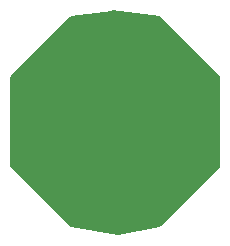
<source format=gbr>
%TF.GenerationSoftware,KiCad,Pcbnew,(7.0.0)*%
%TF.CreationDate,2023-09-10T20:52:24+09:30*%
%TF.ProjectId,ring_mono,72696e67-5f6d-46f6-9e6f-2e6b69636164,rev?*%
%TF.SameCoordinates,Original*%
%TF.FileFunction,Copper,L2,Bot*%
%TF.FilePolarity,Positive*%
%FSLAX46Y46*%
G04 Gerber Fmt 4.6, Leading zero omitted, Abs format (unit mm)*
G04 Created by KiCad (PCBNEW (7.0.0)) date 2023-09-10 20:52:24*
%MOMM*%
%LPD*%
G01*
G04 APERTURE LIST*
%TA.AperFunction,ViaPad*%
%ADD10C,0.800000*%
%TD*%
G04 APERTURE END LIST*
D10*
%TO.N,VCC*%
X135890000Y-82880200D03*
X137998200Y-82753200D03*
%TD*%
%TA.AperFunction,Conductor*%
%TO.N,VCC*%
G36*
X140673552Y-74163197D02*
G01*
X140712648Y-74174847D01*
X140745849Y-74198557D01*
X145759181Y-79211888D01*
X145786061Y-79252116D01*
X145795500Y-79299569D01*
X145795500Y-86816431D01*
X145786061Y-86863884D01*
X145759181Y-86904112D01*
X140741643Y-91921647D01*
X140713220Y-91942890D01*
X140679944Y-91955213D01*
X137184346Y-92704271D01*
X137135512Y-92704900D01*
X133133946Y-91954605D01*
X133098947Y-91942407D01*
X133069117Y-91920410D01*
X128052819Y-86904111D01*
X128025939Y-86863883D01*
X128016500Y-86816430D01*
X128016500Y-79299570D01*
X128025939Y-79252117D01*
X128052819Y-79211889D01*
X128122715Y-79141992D01*
X133067010Y-74197695D01*
X133099233Y-74174470D01*
X133137147Y-74162626D01*
X136635574Y-73662850D01*
X136668475Y-73662563D01*
X140673552Y-74163197D01*
G37*
%TD.AperFunction*%
%TD*%
M02*

</source>
